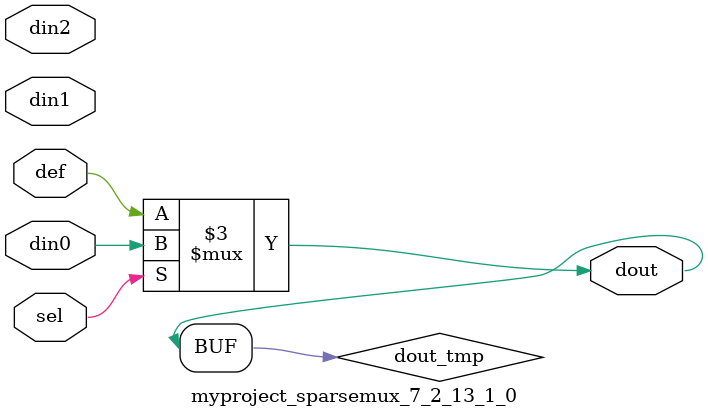
<source format=v>
`timescale 1ns / 1ps

module myproject_sparsemux_7_2_13_1_0 (din0,din1,din2,def,sel,dout);

parameter din0_WIDTH = 1;

parameter din1_WIDTH = 1;

parameter din2_WIDTH = 1;

parameter def_WIDTH = 1;
parameter sel_WIDTH = 1;
parameter dout_WIDTH = 1;

parameter [sel_WIDTH-1:0] CASE0 = 1;

parameter [sel_WIDTH-1:0] CASE1 = 1;

parameter [sel_WIDTH-1:0] CASE2 = 1;

parameter ID = 1;
parameter NUM_STAGE = 1;



input [din0_WIDTH-1:0] din0;

input [din1_WIDTH-1:0] din1;

input [din2_WIDTH-1:0] din2;

input [def_WIDTH-1:0] def;
input [sel_WIDTH-1:0] sel;

output [dout_WIDTH-1:0] dout;



reg [dout_WIDTH-1:0] dout_tmp;

always @ (*) begin
case (sel)
    
    CASE0 : dout_tmp = din0;
    
    CASE1 : dout_tmp = din1;
    
    CASE2 : dout_tmp = din2;
    
    default : dout_tmp = def;
endcase
end


assign dout = dout_tmp;



endmodule

</source>
